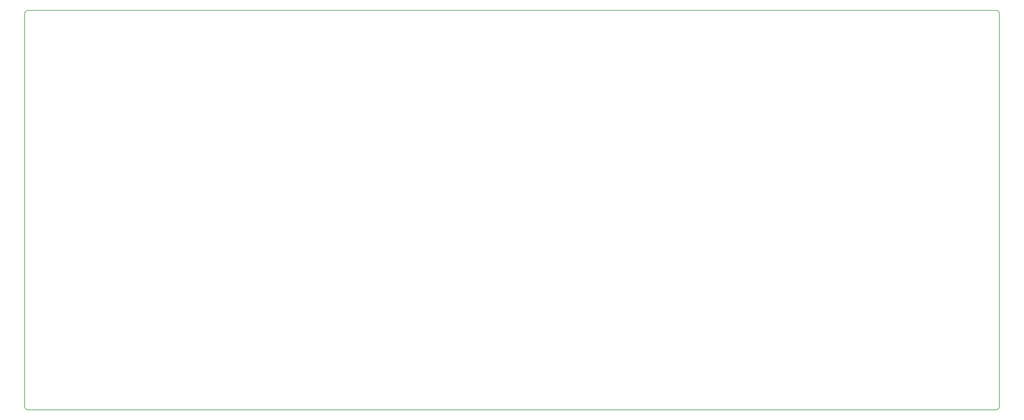
<source format=gm1>
G04 #@! TF.GenerationSoftware,KiCad,Pcbnew,(5.1.6)-1*
G04 #@! TF.CreationDate,2020-08-30T19:28:48+05:30*
G04 #@! TF.ProjectId,tartan,74617274-616e-42e6-9b69-6361645f7063,rev?*
G04 #@! TF.SameCoordinates,Original*
G04 #@! TF.FileFunction,Profile,NP*
%FSLAX46Y46*%
G04 Gerber Fmt 4.6, Leading zero omitted, Abs format (unit mm)*
G04 Created by KiCad (PCBNEW (5.1.6)-1) date 2020-08-30 19:28:48*
%MOMM*%
%LPD*%
G01*
G04 APERTURE LIST*
G04 #@! TA.AperFunction,Profile*
%ADD10C,0.150000*%
G04 #@! TD*
G04 APERTURE END LIST*
D10*
X30000000Y-31000000D02*
G75*
G02*
X31000000Y-30000000I1000000J0D01*
G01*
X31000000Y-147000000D02*
G75*
G02*
X30000000Y-146000000I0J1000000D01*
G01*
X315000000Y-146000000D02*
G75*
G02*
X314000000Y-147000000I-1000000J0D01*
G01*
X314000000Y-30000000D02*
G75*
G02*
X315000000Y-31000000I0J-1000000D01*
G01*
X30000000Y-146000000D02*
X30000000Y-31000000D01*
X314000000Y-147000000D02*
X31000000Y-147000000D01*
X315000000Y-31000000D02*
X315000000Y-146000000D01*
X314000000Y-30000000D02*
X31000000Y-30000000D01*
M02*

</source>
